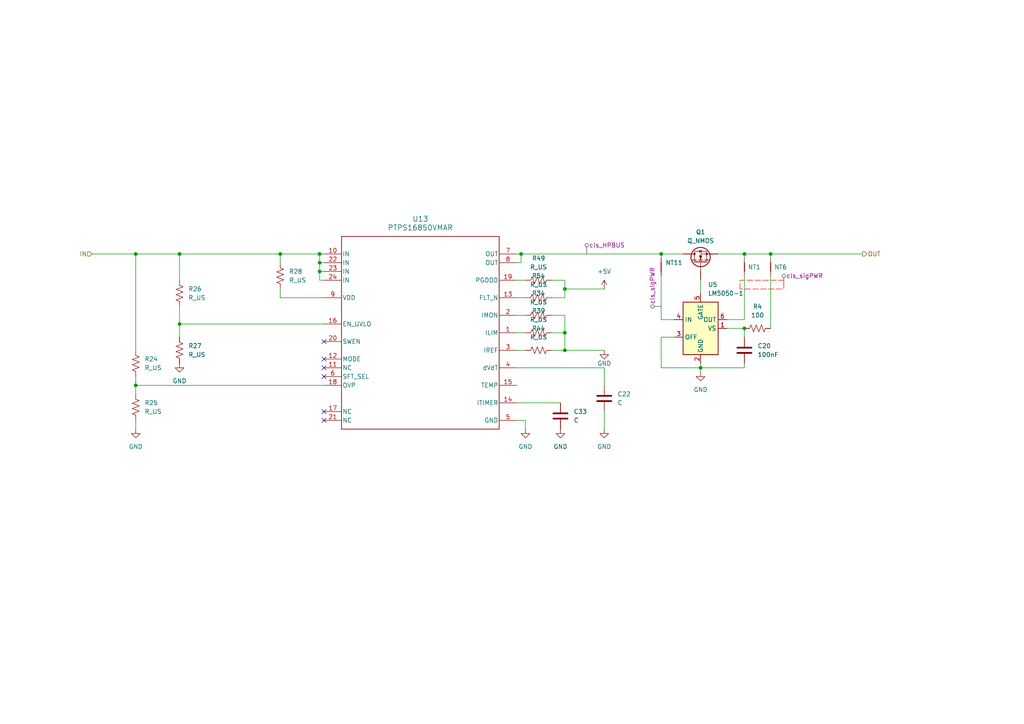
<source format=kicad_sch>
(kicad_sch (version 20250114) (generator "eeschema") (generator_version "9.0")
  (paper "A4")
  (lib_symbols
    (symbol "Device:C" (pin_numbers (hide yes)) (pin_names (offset 0.254))
      (property "Reference" "C" (at 0.635 2.54 0))
      (property "Value" "C" (at 0.635 -2.54 0))
      (symbol "C_0_1"
        (polyline (pts (xy -2.032 0.762) (xy 2.032 0.762)) (stroke (width 0.508)))
        (polyline (pts (xy -2.032 -0.762) (xy 2.032 -0.762)) (stroke (width 0.508)))
      )
      (symbol "C_1_1"
        (pin passive line (at 0 3.81 270) (length 2.794) (name "~") (number "1"))
        (pin passive line (at 0 -3.81 90) (length 2.794) (name "~") (number "2"))
      )
    )
    (symbol "Device:NetTie_2" (pin_numbers (hide yes)) (pin_names (offset 0) (hide yes)) (in_bom no)
      (property "Reference" "NT" (at 0 1.27 0))
      (property "Value" "NetTie_2" (at 0 -1.27 0))
      (symbol "NetTie_2_0_1"
        (polyline (pts (xy -1.27 0) (xy 1.27 0)) (stroke (width 0.254)))
      )
      (symbol "NetTie_2_1_1"
        (pin passive line (at -2.54 0 0) (length 2.54) (name "1") (number "1"))
        (pin passive line (at 2.54 0 180) (length 2.54) (name "2") (number "2"))
      )
    )
    (symbol "Device:Q_NMOS" (pin_numbers (hide yes)) (pin_names (offset 0) (hide yes))
      (property "Reference" "Q" (at 5.08 1.27 0))
      (property "Value" "Q_NMOS" (at 5.08 -1.27 0))
      (symbol "Q_NMOS_0_1"
        (polyline (pts (xy 0.254 1.905) (xy 0.254 -1.905)) (stroke (width 0.254)))
        (polyline (pts (xy 0.254 0) (xy -2.54 0)))
        (polyline (pts (xy 0.762 2.286) (xy 0.762 1.27)) (stroke (width 0.254)))
        (polyline (pts (xy 0.762 0.508) (xy 0.762 -0.508)) (stroke (width 0.254)))
        (polyline (pts (xy 0.762 -1.27) (xy 0.762 -2.286)) (stroke (width 0.254)))
        (polyline (pts (xy 0.762 -1.778) (xy 3.302 -1.778) (xy 3.302 1.778) (xy 0.762 1.778)))
        (polyline (pts (xy 1.016 0) (xy 2.032 0.381) (xy 2.032 -0.381) (xy 1.016 0)) (fill (type outline)))
        (circle (center 1.651 0) (radius 2.794) (stroke (width 0.254)))
        (polyline (pts (xy 2.54 2.54) (xy 2.54 1.778)))
        (circle (center 2.54 1.778) (radius 0.254) (fill (type outline)))
        (circle (center 2.54 -1.778) (radius 0.254) (fill (type outline)))
        (polyline (pts (xy 2.54 -2.54) (xy 2.54 0) (xy 0.762 0)))
        (polyline (pts (xy 2.921 0.381) (xy 3.683 0.381)))
        (polyline (pts (xy 3.302 0.381) (xy 2.921 -0.254) (xy 3.683 -0.254) (xy 3.302 0.381)))
      )
      (symbol "Q_NMOS_1_1"
        (pin input line (at -5.08 0 0) (length 2.54) (name "G") (number "G"))
        (pin passive line (at 2.54 5.08 270) (length 2.54) (name "D") (number "D"))
        (pin passive line (at 2.54 -5.08 90) (length 2.54) (name "S") (number "S"))
      )
    )
    (symbol "Device:R_US" (pin_numbers (hide yes)) (pin_names (offset 0))
      (property "Reference" "R" (at 2.54 0 90))
      (property "Value" "R_US" (at -2.54 0 90))
      (symbol "R_US_0_1"
        (polyline (pts (xy 0 2.286) (xy 0 2.54)))
        (polyline (pts (xy 0 2.286) (xy 1.016 1.905) (xy 0 1.524) (xy -1.016 1.143) (xy 0 0.762)))
        (polyline (pts (xy 0 0.762) (xy 1.016 0.381) (xy 0 0) (xy -1.016 -0.381) (xy 0 -0.762)))
        (polyline (pts (xy 0 -0.762) (xy 1.016 -1.143) (xy 0 -1.524) (xy -1.016 -1.905) (xy 0 -2.286)))
        (polyline (pts (xy 0 -2.286) (xy 0 -2.54)))
      )
      (symbol "R_US_1_1"
        (pin passive line (at 0 3.81 270) (length 1.27) (name "~") (number "1"))
        (pin passive line (at 0 -3.81 90) (length 1.27) (name "~") (number "2"))
      )
    )
    (symbol "Power_Management:LM5050-1"
      (property "Reference" "U" (at -5.08 8.89 0))
      (property "Value" "LM5050-1" (at 1.27 8.89 0))
      (symbol "LM5050-1_0_1"
        (rectangle (start -5.08 7.62) (end 5.08 -7.62) (stroke (width 0.254)) (fill (type background)))
      )
      (symbol "LM5050-1_1_1"
        (pin input line (at -7.62 2.54 0) (length 2.54) (name "IN") (number "4"))
        (pin input line (at -7.62 -2.54 0) (length 2.54) (name "OFF") (number "3"))
        (pin output line (at 0 10.16 270) (length 2.54) (name "GATE") (number "5"))
        (pin power_in line (at 0 -10.16 90) (length 2.54) (name "GND") (number "2"))
        (pin input line (at 7.62 2.54 180) (length 2.54) (name "OUT") (number "6"))
        (pin passive line (at 7.62 0 180) (length 2.54) (name "VS") (number "1"))
      )
    )
    (symbol "_TPS1685:PTPS16850VMAR" (pin_names (offset 0.254))
      (property "Reference" "U" (at 0 2.54 0))
      (property "Value" "PTPS16850VMAR" (at 0 0 0))
      (symbol "PTPS16850VMAR_0_1"
        (polyline (pts (xy 5.08 5.08) (xy 5.08 -50.8)) (stroke (width 0.2032)))
        (polyline (pts (xy 5.08 -50.8) (xy 50.8 -50.8)) (stroke (width 0.2032)))
        (polyline (pts (xy 50.8 5.08) (xy 5.08 5.08)) (stroke (width 0.2032)))
        (polyline (pts (xy 50.8 -50.8) (xy 50.8 5.08)) (stroke (width 0.2032)))
        (pin unspecified line (at 0 0 0) (length 5.08) (name "IN") (number "10"))
        (pin unspecified line (at 0 -2.54 0) (length 5.08) (name "IN") (number "22"))
        (pin bidirectional line (at 0 -5.08 0) (length 5.08) (name "IN") (number "23"))
        (pin unspecified line (at 0 -7.62 0) (length 5.08) (name "IN") (number "24"))
        (pin unspecified line (at 0 -12.7 0) (length 5.08) (name "VDD") (number "9"))
        (pin open_collector line (at 0 -20.32 0) (length 5.08) (name "EN_UVLO") (number "16"))
        (pin input line (at 0 -25.4 0) (length 5.08) (name "SWEN") (number "20"))
        (pin power_in line (at 0 -30.48 0) (length 5.08) (name "MODE") (number "12"))
        (pin unspecified line (at 0 -33.02 0) (length 5.08) (name "NC") (number "11"))
        (pin unspecified line (at 0 -35.56 0) (length 5.08) (name "SFT_SEL") (number "6"))
        (pin unspecified line (at 0 -38.1 0) (length 5.08) (name "OVP") (number "18"))
        (pin unspecified line (at 0 -45.72 0) (length 5.08) (name "NC") (number "17"))
        (pin open_collector line (at 0 -48.26 0) (length 5.08) (name "NC") (number "21"))
        (pin unspecified line (at 55.88 0 180) (length 5.08) (name "OUT") (number "7"))
        (pin unspecified line (at 55.88 -2.54 180) (length 5.08) (name "OUT") (number "8"))
        (pin unspecified line (at 55.88 -7.62 180) (length 5.08) (name "PGOOD") (number "19"))
        (pin power_in line (at 55.88 -12.7 180) (length 5.08) (name "FLT_N") (number "13"))
        (pin unspecified line (at 55.88 -17.78 180) (length 5.08) (name "IMON") (number "2"))
        (pin unspecified line (at 55.88 -22.86 180) (length 5.08) (name "ILIM") (number "1"))
        (pin unspecified line (at 55.88 -27.94 180) (length 5.08) (name "IREF") (number "3"))
        (pin unspecified line (at 55.88 -33.02 180) (length 5.08) (name "dVdT") (number "4"))
        (pin unspecified line (at 55.88 -38.1 180) (length 5.08) (name "TEMP") (number "15"))
        (pin unspecified line (at 55.88 -43.18 180) (length 5.08) (name "ITIMER") (number "14"))
        (pin power_in line (at 55.88 -48.26 180) (length 5.08) (name "GND") (number "5"))
      )
    )
    (symbol "power:+5V" (power) (pin_numbers (hide yes)) (pin_names (offset 0) (hide yes))
      (property "Value" "+5V" (at 0 3.556 0))
      (symbol "+5V_0_1"
        (polyline (pts (xy -0.762 1.27) (xy 0 2.54)))
        (polyline (pts (xy 0 2.54) (xy 0.762 1.27)))
        (polyline (pts (xy 0 0) (xy 0 2.54)))
      )
      (symbol "+5V_1_1"
        (pin power_in line (at 0 0 90) (length 0) (name "~") (number "1"))
      )
    )
    (symbol "power:GND" (power) (pin_numbers (hide yes)) (pin_names (offset 0) (hide yes))
      (property "Value" "GND" (at 0 -3.81 0))
      (symbol "GND_0_1"
        (polyline (pts (xy 0 0) (xy 0 -1.27) (xy 1.27 -1.27) (xy 0 -2.54) (xy -1.27 -1.27) (xy 0 -1.27)))
      )
      (symbol "GND_1_1"
        (pin power_in line (at 0 0 270) (length 0) (name "~") (number "1"))
      )
    )
  )
  (junction (at 52.07 73.66))
  (junction (at 92.71 76.2))
  (junction (at 215.9 95.25))
  (junction (at 52.07 93.98))
  (junction (at 92.71 73.66))
  (junction (at 203.2 106.68))
  (junction (at 163.83 96.52))
  (junction (at 163.83 83.82))
  (junction (at 81.28 73.66))
  (junction (at 215.9 73.66))
  (junction (at 163.83 101.6))
  (junction (at 223.52 73.66))
  (junction (at 191.77 73.66))
  (junction (at 39.37 111.76))
  (junction (at 151.13 73.66))
  (junction (at 39.37 73.66))
  (junction (at 92.71 78.74))
  (no_connect (at 93.98 106.68))
  (no_connect (at 93.98 109.22))
  (no_connect (at 93.98 119.38))
  (no_connect (at 93.98 121.92))
  (no_connect (at 93.98 104.14))
  (no_connect (at 93.98 99.06))
  (wire (pts (xy 163.83 101.6) (xy 175.26 101.6)))
  (wire (pts (xy 195.58 92.71) (xy 191.77 92.71)))
  (wire (pts (xy 163.83 81.28) (xy 163.83 83.82)))
  (wire (pts (xy 149.86 76.2) (xy 151.13 76.2)))
  (wire (pts (xy 152.4 124.46) (xy 152.4 121.92)))
  (wire (pts (xy 203.2 106.68) (xy 215.9 106.68)))
  (wire (pts (xy 203.2 105.41) (xy 203.2 106.68)))
  (wire (pts (xy 215.9 73.66) (xy 223.52 73.66)))
  (wire (pts (xy 215.9 95.25) (xy 215.9 97.79)))
  (wire (pts (xy 39.37 73.66) (xy 39.37 101.6)))
  (wire (pts (xy 163.83 83.82) (xy 175.26 83.82)))
  (wire (pts (xy 191.77 74.93) (xy 191.77 73.66)))
  (wire (pts (xy 210.82 92.71) (xy 215.9 92.71)))
  (wire (pts (xy 92.71 76.2) (xy 93.98 76.2)))
  (wire (pts (xy 92.71 73.66) (xy 93.98 73.66)))
  (wire (pts (xy 203.2 81.28) (xy 203.2 85.09)))
  (wire (pts (xy 175.26 119.38) (xy 175.26 124.46)))
  (wire (pts (xy 151.13 73.66) (xy 151.13 76.2)))
  (wire (pts (xy 215.9 74.93) (xy 215.9 73.66)))
  (wire (pts (xy 195.58 97.79) (xy 191.77 97.79)))
  (wire (pts (xy 52.07 93.98) (xy 93.98 93.98)))
  (wire (pts (xy 92.71 78.74) (xy 92.71 81.28)))
  (wire (pts (xy 160.02 101.6) (xy 163.83 101.6)))
  (wire (pts (xy 81.28 73.66) (xy 92.71 73.66)))
  (wire (pts (xy 81.28 73.66) (xy 81.28 76.2)))
  (wire (pts (xy 149.86 91.44) (xy 152.4 91.44)))
  (wire (pts (xy 39.37 73.66) (xy 52.07 73.66)))
  (wire (pts (xy 26.67 73.66) (xy 39.37 73.66)))
  (wire (pts (xy 163.83 101.6) (xy 163.83 96.52)))
  (wire (pts (xy 152.4 121.92) (xy 149.86 121.92)))
  (wire (pts (xy 160.02 86.36) (xy 163.83 86.36)))
  (wire (pts (xy 52.07 88.9) (xy 52.07 93.98)))
  (wire (pts (xy 191.77 92.71) (xy 191.77 80.01)))
  (wire (pts (xy 160.02 96.52) (xy 163.83 96.52)))
  (wire (pts (xy 215.9 80.01) (xy 215.9 92.71)))
  (wire (pts (xy 152.4 96.52) (xy 149.86 96.52)))
  (wire (pts (xy 160.02 81.28) (xy 163.83 81.28)))
  (wire (pts (xy 149.86 116.84) (xy 162.56 116.84)))
  (wire (pts (xy 39.37 109.22) (xy 39.37 111.76)))
  (wire (pts (xy 149.86 81.28) (xy 152.4 81.28)))
  (wire (pts (xy 52.07 73.66) (xy 52.07 81.28)))
  (wire (pts (xy 223.52 73.66) (xy 250.19 73.66)))
  (wire (pts (xy 160.02 91.44) (xy 163.83 91.44)))
  (wire (pts (xy 203.2 106.68) (xy 203.2 107.95)))
  (wire (pts (xy 223.52 73.66) (xy 223.52 74.93)))
  (wire (pts (xy 191.77 97.79) (xy 191.77 106.68)))
  (wire (pts (xy 81.28 86.36) (xy 93.98 86.36)))
  (wire (pts (xy 191.77 73.66) (xy 198.12 73.66)))
  (wire (pts (xy 223.52 80.01) (xy 223.52 95.25)))
  (wire (pts (xy 175.26 106.68) (xy 175.26 111.76)))
  (wire (pts (xy 149.86 73.66) (xy 151.13 73.66)))
  (wire (pts (xy 149.86 101.6) (xy 152.4 101.6)))
  (wire (pts (xy 163.83 83.82) (xy 163.83 86.36)))
  (wire (pts (xy 39.37 124.46) (xy 39.37 121.92)))
  (wire (pts (xy 151.13 73.66) (xy 191.77 73.66)))
  (wire (pts (xy 92.71 81.28) (xy 93.98 81.28)))
  (wire (pts (xy 39.37 111.76) (xy 39.37 114.3)))
  (wire (pts (xy 92.71 78.74) (xy 93.98 78.74)))
  (wire (pts (xy 52.07 93.98) (xy 52.07 97.79)))
  (wire (pts (xy 163.83 91.44) (xy 163.83 96.52)))
  (wire (pts (xy 215.9 105.41) (xy 215.9 106.68)))
  (wire (pts (xy 81.28 83.82) (xy 81.28 86.36)))
  (wire (pts (xy 191.77 106.68) (xy 203.2 106.68)))
  (wire (pts (xy 92.71 73.66) (xy 92.71 76.2)))
  (wire (pts (xy 208.28 73.66) (xy 215.9 73.66)))
  (wire (pts (xy 149.86 106.68) (xy 175.26 106.68)))
  (wire (pts (xy 149.86 86.36) (xy 152.4 86.36)))
  (wire (pts (xy 210.82 95.25) (xy 215.9 95.25)))
  (wire (pts (xy 52.07 73.66) (xy 81.28 73.66)))
  (wire (pts (xy 92.71 76.2) (xy 92.71 78.74)))
  (wire (pts (xy 39.37 111.76) (xy 93.98 111.76)))
  (hierarchical_label "IN" (shape input) (at 26.67 73.66 180))
  (hierarchical_label "OUT" (shape output) (at 250.19 73.66 0))
  (rule_area (polyline (pts (xy 214.63 83.82) (xy 214.63 81.28) (xy 227.33 81.28) (xy 227.33 83.82)) (stroke (width 0) (type dash))))
  (netclass_flag "" (length 2.54) (shape round) (at 191.77 88.9 90) (property "Netclass" "cls_sigPWR" (at 189.23 88.2015 90) (effects (justify left))))
  (netclass_flag "" (length 2.54) (shape round) (at 227.33 82.55 0) (property "Netclass" "cls_sigPWR" (at 228.0285 80.01 0) (effects (justify left))))
  (netclass_flag "" (length 2.54) (shape round) (at 170.18 73.66 0) (property "Netclass" "cls_HPBUS" (at 170.8785 71.12 0) (effects (justify left))))
  (symbol (lib_id "power:GND") (at 175.26 101.6 0) (unit 1)
    (property "Reference" "#PWR056" (effects (hide yes)))
    (property "Value" "GND" (at 175.26 105.41 0))
    (property "Description" "Power symbol creates a global label with name \"GND\" , ground" (effects (hide yes)))
    (instances (project "" (path "" (reference "#PWR056") (unit 1)) (path "" (reference "#PWR060") (unit 1)) (path "" (reference "#PWR059") (unit 1)) (path "" (reference "#PWR057") (unit 1)) (path "" (reference "#PWR058") (unit 1))))
  )
  (symbol (lib_id "Device:NetTie_2") (at 191.77 77.47 90) (unit 1) (in_bom no)
    (property "Reference" "NT11" (at 193.04 76.1999 90) (effects (justify right)))
    (property "Value" "NetTie_2" (effects (hide yes)))
    (property "Description" "Net tie, 2 pins" (effects (hide yes)))
    (instances (project "" (path "" (reference "NT11") (unit 1)) (path "" (reference "NT15") (unit 1)) (path "" (reference "NT14") (unit 1)) (path "" (reference "NT12") (unit 1)) (path "" (reference "NT13") (unit 1))))
  )
  (symbol (lib_id "power:GND") (at 152.4 124.46 0) (unit 1)
    (property "Reference" "#PWR027" (effects (hide yes)))
    (property "Value" "GND" (at 152.4 129.54 0))
    (property "Description" "Power symbol creates a global label with name \"GND\" , ground" (effects (hide yes)))
    (instances (project "PowerBoard" (path "" (reference "#PWR027") (unit 1)) (path "" (reference "#PWR046") (unit 1)) (path "" (reference "#PWR041") (unit 1)) (path "" (reference "#PWR028") (unit 1)) (path "" (reference "#PWR037") (unit 1))))
  )
  (symbol (lib_id "Device:R_US") (at 156.21 96.52 90) (unit 1)
    (property "Reference" "R39" (at 156.21 90.17 90))
    (property "Value" "R_US" (at 156.21 92.71 90))
    (property "Description" "Resistor, US symbol" (effects (hide yes)))
    (instances (project "" (path "" (reference "R39") (unit 1)) (path "" (reference "R43") (unit 1)) (path "" (reference "R42") (unit 1)) (path "" (reference "R40") (unit 1)) (path "" (reference "R41") (unit 1))))
  )
  (symbol (lib_id "power:GND") (at 203.2 107.95 0) (unit 1)
    (property "Reference" "#PWR025" (effects (hide yes)))
    (property "Value" "GND" (at 203.2 113.03 0))
    (property "Description" "Power symbol creates a global label with name \"GND\" , ground" (effects (hide yes)))
    (instances (project "" (path "" (reference "#PWR025") (unit 1)) (path "" (reference "#PWR052") (unit 1)) (path "" (reference "#PWR051") (unit 1)) (path "" (reference "#PWR049") (unit 1)) (path "" (reference "#PWR050") (unit 1))))
  )
  (symbol (lib_id "Device:R_US") (at 219.71 95.25 90) (unit 1)
    (property "Reference" "R4" (at 219.71 88.9 90))
    (property "Value" "100" (at 219.71 91.44 90))
    (property "Description" "Resistor, US symbol" (effects (hide yes)))
    (instances (project "" (path "" (reference "R4") (unit 1)) (path "" (reference "R12") (unit 1)) (path "" (reference "R10") (unit 1)) (path "" (reference "R6") (unit 1)) (path "" (reference "R8") (unit 1))))
  )
  (symbol (lib_id "Device:R_US") (at 156.21 81.28 90) (unit 1)
    (property "Reference" "R49" (at 156.21 74.93 90))
    (property "Value" "R_US" (at 156.21 77.47 90))
    (property "Description" "Resistor, US symbol" (effects (hide yes)))
    (instances (project "" (path "" (reference "R49") (unit 1)) (path "" (reference "R53") (unit 1)) (path "" (reference "R52") (unit 1)) (path "" (reference "R50") (unit 1)) (path "" (reference "R51") (unit 1))))
  )
  (symbol (lib_id "Device:R_US") (at 52.07 85.09 0) (unit 1)
    (property "Reference" "R26" (at 54.61 83.8199 0) (effects (justify left)))
    (property "Value" "R_US" (at 54.61 86.3599 0) (effects (justify left)))
    (property "Description" "Resistor, US symbol" (effects (hide yes)))
    (instances (project "PowerBoard" (path "" (reference "R26") (unit 1)) (path "" (reference "R21") (unit 1)) (path "" (reference "R9") (unit 1)) (path "" (reference "R31") (unit 1)) (path "" (reference "R16") (unit 1))))
  )
  (symbol (lib_id "Device:R_US") (at 156.21 86.36 90) (unit 1)
    (property "Reference" "R54" (at 156.21 80.01 90))
    (property "Value" "R_US" (at 156.21 82.55 90))
    (property "Description" "Resistor, US symbol" (effects (hide yes)))
    (instances (project "" (path "" (reference "R54") (unit 1)) (path "" (reference "R58") (unit 1)) (path "" (reference "R57") (unit 1)) (path "" (reference "R55") (unit 1)) (path "" (reference "R56") (unit 1))))
  )
  (symbol (lib_id "power:+5V") (at 175.26 83.82 0) (unit 1)
    (property "Reference" "#PWR061" (effects (hide yes)))
    (property "Value" "+5V" (at 175.26 78.74 0))
    (property "Description" "Power symbol creates a global label with name \"+5V\"" (effects (hide yes)))
    (instances (project "" (path "" (reference "#PWR061") (unit 1)) (path "" (reference "#PWR065") (unit 1)) (path "" (reference "#PWR064") (unit 1)) (path "" (reference "#PWR062") (unit 1)) (path "" (reference "#PWR063") (unit 1))))
  )
  (symbol (lib_id "Device:R_US") (at 156.21 91.44 90) (unit 1)
    (property "Reference" "R34" (at 156.21 85.09 90))
    (property "Value" "R_US" (at 156.21 87.63 90))
    (property "Description" "Resistor, US symbol" (effects (hide yes)))
    (instances (project "" (path "" (reference "R34") (unit 1)) (path "" (reference "R38") (unit 1)) (path "" (reference "R37") (unit 1)) (path "" (reference "R35") (unit 1)) (path "" (reference "R36") (unit 1))))
  )
  (symbol (lib_id "power:GND") (at 39.37 124.46 0) (unit 1)
    (property "Reference" "#PWR033" (effects (hide yes)))
    (property "Value" "GND" (at 39.37 129.54 0))
    (property "Description" "Power symbol creates a global label with name \"GND\" , ground" (effects (hide yes)))
    (instances (project "PowerBoard" (path "" (reference "#PWR033") (unit 1)) (path "" (reference "#PWR044") (unit 1)) (path "" (reference "#PWR026") (unit 1)) (path "" (reference "#PWR034") (unit 1)) (path "" (reference "#PWR035") (unit 1))))
  )
  (symbol (lib_id "_TPS1685:PTPS16850VMAR") (at 93.98 73.66 0) (unit 1)
    (property "Reference" "U13" (at 121.92 63.5 0) (effects (font (size 1.524 1.524))))
    (property "Value" "PTPS16850VMAR" (at 121.92 66.04 0) (effects (font (size 1.524 1.524))))
    (property "Footprint" "VMA0023A-MFG" (effects (hide yes)))
    (property "Datasheet" "https://www.ti.com/lit/gpn/tps1685" (effects (hide yes)))
    (instances (project "PowerBoard" (path "" (reference "U13") (unit 1)) (path "" (reference "U8") (unit 1)) (path "" (reference "U6") (unit 1)) (path "" (reference "U14") (unit 1)) (path "" (reference "U7") (unit 1))))
  )
  (symbol (lib_id "Device:R_US") (at 156.21 101.6 90) (unit 1)
    (property "Reference" "R44" (at 156.21 95.25 90))
    (property "Value" "R_US" (at 156.21 97.79 90))
    (property "Description" "Resistor, US symbol" (effects (hide yes)))
    (instances (project "" (path "" (reference "R44") (unit 1)) (path "" (reference "R48") (unit 1)) (path "" (reference "R47") (unit 1)) (path "" (reference "R45") (unit 1)) (path "" (reference "R46") (unit 1))))
  )
  (symbol (lib_id "Device:Q_NMOS") (at 203.2 76.2 90) (unit 1)
    (property "Reference" "Q1" (at 203.2 67.31 90))
    (property "Value" "Q_NMOS" (at 203.2 69.85 90))
    (property "Description" "N-MOSFET transistor" (effects (hide yes)))
    (instances (project "" (path "" (reference "Q1") (unit 1)) (path "" (reference "Q5") (unit 1)) (path "" (reference "Q4") (unit 1)) (path "" (reference "Q2") (unit 1)) (path "" (reference "Q3") (unit 1))))
  )
  (symbol (lib_id "power:GND") (at 162.56 124.46 0) (unit 1)
    (property "Reference" "#PWR029" (effects (hide yes)))
    (property "Value" "GND" (at 162.56 129.54 0))
    (property "Description" "Power symbol creates a global label with name \"GND\" , ground" (effects (hide yes)))
    (instances (project "PowerBoard" (path "" (reference "#PWR029") (unit 1)) (path "" (reference "#PWR047") (unit 1)) (path "" (reference "#PWR042") (unit 1)) (path "" (reference "#PWR030") (unit 1)) (path "" (reference "#PWR038") (unit 1))))
  )
  (symbol (lib_id "Device:C") (at 215.9 101.6 0) (unit 1)
    (property "Reference" "C20" (at 219.71 100.3299 0) (effects (justify left)))
    (property "Value" "100nF" (at 219.71 102.8699 0) (effects (justify left)))
    (property "Description" "Unpolarized capacitor" (effects (hide yes)))
    (instances (project "" (path "" (reference "C20") (unit 1)) (path "" (reference "C32") (unit 1)) (path "" (reference "C31") (unit 1)) (path "" (reference "C29") (unit 1)) (path "" (reference "C30") (unit 1))))
  )
  (symbol (lib_id "Device:R_US") (at 39.37 105.41 0) (unit 1)
    (property "Reference" "R24" (at 41.91 104.1399 0) (effects (justify left)))
    (property "Value" "R_US" (at 41.91 106.6799 0) (effects (justify left)))
    (property "Description" "Resistor, US symbol" (effects (hide yes)))
    (instances (project "PowerBoard" (path "" (reference "R24") (unit 1)) (path "" (reference "R19") (unit 1)) (path "" (reference "R5") (unit 1)) (path "" (reference "R29") (unit 1)) (path "" (reference "R14") (unit 1))))
  )
  (symbol (lib_id "Power_Management:LM5050-1") (at 203.2 95.25 0) (unit 1)
    (property "Reference" "U5" (at 205.3433 82.55 0) (effects (justify left)))
    (property "Value" "LM5050-1" (at 205.3433 85.09 0) (effects (justify left)))
    (property "Footprint" "Package_TO_SOT_SMD:TSOT-23-6" (effects (hide yes)))
    (property "Datasheet" "http://www.ti.com/lit/ds/symlink/lm5050-1-q1.pdf" (effects (hide yes)))
    (property "Description" "High side OR-ing FET controller, 5V to 75V operation, TSOT-23-6" (effects (hide yes)))
    (instances (project "" (path "" (reference "U5") (unit 1)) (path "" (reference "U12") (unit 1)) (path "" (reference "U11") (unit 1)) (path "" (reference "U9") (unit 1)) (path "" (reference "U10") (unit 1))))
  )
  (symbol (lib_id "power:GND") (at 52.07 105.41 0) (unit 1)
    (property "Reference" "#PWR0101" (effects (hide yes)))
    (property "Value" "GND" (at 52.07 110.49 0))
    (property "Description" "Power symbol creates a global label with name \"GND\" , ground" (effects (hide yes)))
    (instances (project "PowerBoard" (path "" (reference "#PWR0101") (unit 1)) (path "" (reference "#PWR045") (unit 1)) (path "" (reference "#PWR040") (unit 1)) (path "" (reference "#PWR0114") (unit 1)) (path "" (reference "#PWR036") (unit 1))))
  )
  (symbol (lib_id "Device:R_US") (at 39.37 118.11 0) (unit 1)
    (property "Reference" "R25" (at 41.91 116.8399 0) (effects (justify left)))
    (property "Value" "R_US" (at 41.91 119.3799 0) (effects (justify left)))
    (property "Description" "Resistor, US symbol" (effects (hide yes)))
    (instances (project "PowerBoard" (path "" (reference "R25") (unit 1)) (path "" (reference "R20") (unit 1)) (path "" (reference "R7") (unit 1)) (path "" (reference "R30") (unit 1)) (path "" (reference "R15") (unit 1))))
  )
  (symbol (lib_id "Device:C") (at 175.26 115.57 0) (unit 1)
    (property "Reference" "C22" (at 179.07 114.2999 0) (effects (justify left)))
    (property "Value" "C" (at 179.07 116.8399 0) (effects (justify left)))
    (property "Description" "Unpolarized capacitor" (effects (hide yes)))
    (instances (project "PowerBoard" (path "" (reference "C22") (unit 1)) (path "" (reference "C28") (unit 1)) (path "" (reference "C26") (unit 1)) (path "" (reference "C23") (unit 1)) (path "" (reference "C25") (unit 1))))
  )
  (symbol (lib_id "Device:C") (at 162.56 120.65 0) (unit 1)
    (property "Reference" "C33" (at 166.37 119.3799 0) (effects (justify left)))
    (property "Value" "C" (at 166.37 121.9199 0) (effects (justify left)))
    (property "Description" "Unpolarized capacitor" (effects (hide yes)))
    (instances (project "PowerBoard" (path "" (reference "C33") (unit 1)) (path "" (reference "C27") (unit 1)) (path "" (reference "C21") (unit 1)) (path "" (reference "C34") (unit 1)) (path "" (reference "C24") (unit 1))))
  )
  (symbol (lib_id "Device:NetTie_2") (at 215.9 77.47 90) (unit 1) (in_bom no)
    (property "Reference" "NT1" (at 216.916 77.47 90) (effects (justify right)))
    (property "Value" "NetTie_2" (effects (hide yes)))
    (property "Description" "Net tie, 2 pins" (effects (hide yes)))
    (instances (project "" (path "" (reference "NT1") (unit 1)) (path "" (reference "NT5") (unit 1)) (path "" (reference "NT4") (unit 1)) (path "" (reference "NT2") (unit 1)) (path "" (reference "NT3") (unit 1))))
  )
  (symbol (lib_id "Device:R_US") (at 52.07 101.6 0) (unit 1)
    (property "Reference" "R27" (at 54.61 100.3299 0) (effects (justify left)))
    (property "Value" "R_US" (at 54.61 102.8699 0) (effects (justify left)))
    (property "Description" "Resistor, US symbol" (effects (hide yes)))
    (instances (project "PowerBoard" (path "" (reference "R27") (unit 1)) (path "" (reference "R22") (unit 1)) (path "" (reference "R11") (unit 1)) (path "" (reference "R32") (unit 1)) (path "" (reference "R17") (unit 1))))
  )
  (symbol (lib_id "Device:R_US") (at 81.28 80.01 0) (unit 1)
    (property "Reference" "R28" (at 83.82 78.7399 0) (effects (justify left)))
    (property "Value" "R_US" (at 83.82 81.2799 0) (effects (justify left)))
    (property "Description" "Resistor, US symbol" (effects (hide yes)))
    (instances (project "PowerBoard" (path "" (reference "R28") (unit 1)) (path "" (reference "R23") (unit 1)) (path "" (reference "R13") (unit 1)) (path "" (reference "R33") (unit 1)) (path "" (reference "R18") (unit 1))))
  )
  (symbol (lib_id "power:GND") (at 175.26 124.46 0) (unit 1)
    (property "Reference" "#PWR031" (effects (hide yes)))
    (property "Value" "GND" (at 175.26 129.54 0))
    (property "Description" "Power symbol creates a global label with name \"GND\" , ground" (effects (hide yes)))
    (instances (project "PowerBoard" (path "" (reference "#PWR031") (unit 1)) (path "" (reference "#PWR048") (unit 1)) (path "" (reference "#PWR043") (unit 1)) (path "" (reference "#PWR032") (unit 1)) (path "" (reference "#PWR039") (unit 1))))
  )
  (symbol (lib_id "Device:NetTie_2") (at 223.52 77.47 90) (unit 1) (in_bom no)
    (property "Reference" "NT6" (at 224.536 77.47 90) (effects (justify right)))
    (property "Value" "NetTie_2" (effects (hide yes)))
    (property "Description" "Net tie, 2 pins" (effects (hide yes)))
    (instances (project "" (path "" (reference "NT6") (unit 1)) (path "" (reference "NT10") (unit 1)) (path "" (reference "NT9") (unit 1)) (path "" (reference "NT7") (unit 1)) (path "" (reference "NT8") (unit 1))))
  )
)
</source>
